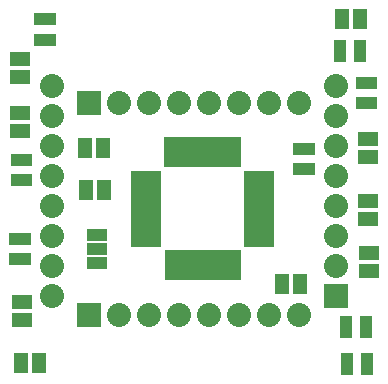
<source format=gts>
G04 (created by PCBNEW (2013-jul-07)-stable) date Thu 02 Jun 2016 05:53:07 PM PDT*
%MOIN*%
G04 Gerber Fmt 3.4, Leading zero omitted, Abs format*
%FSLAX34Y34*%
G01*
G70*
G90*
G04 APERTURE LIST*
%ADD10C,0.00590551*%
%ADD11R,0.045X0.065*%
%ADD12R,0.065X0.045*%
%ADD13R,0.0987X0.0377*%
%ADD14R,0.0377X0.0987*%
%ADD15C,0.08*%
%ADD16R,0.08X0.08*%
%ADD17R,0.0712X0.0397*%
%ADD18R,0.0347638X0.039685*%
%ADD19R,0.039685X0.0347638*%
G04 APERTURE END LIST*
G54D10*
G54D11*
X50605Y-27322D03*
X51205Y-27322D03*
X39896Y-38779D03*
X40496Y-38779D03*
G54D12*
X39921Y-36747D03*
X39921Y-37347D03*
X39881Y-30448D03*
X39881Y-31048D03*
X51456Y-31314D03*
X51456Y-31914D03*
X39881Y-28676D03*
X39881Y-29276D03*
X51456Y-33400D03*
X51456Y-34000D03*
X51496Y-35133D03*
X51496Y-35733D03*
G54D11*
X42042Y-31633D03*
X42642Y-31633D03*
G54D13*
X44068Y-34754D03*
X44068Y-34439D03*
X44068Y-34124D03*
X44068Y-33809D03*
X44068Y-33494D03*
X44068Y-33179D03*
X44068Y-32864D03*
X44068Y-32549D03*
X47834Y-32551D03*
X47834Y-34761D03*
X47834Y-34441D03*
X47834Y-34121D03*
X47834Y-33811D03*
X47834Y-33491D03*
X47834Y-33181D03*
X47834Y-32861D03*
G54D14*
X44852Y-31761D03*
X45166Y-31761D03*
X45482Y-31761D03*
X45796Y-31761D03*
X46112Y-31761D03*
X46426Y-31761D03*
X46742Y-31761D03*
X47056Y-31761D03*
X44854Y-35541D03*
X45164Y-35541D03*
X45484Y-35541D03*
X45794Y-35541D03*
X46104Y-35541D03*
X46424Y-35541D03*
X46744Y-35541D03*
X47064Y-35541D03*
G54D15*
X40944Y-29569D03*
X40944Y-30569D03*
X40944Y-31569D03*
X40944Y-32569D03*
X40944Y-33569D03*
X40944Y-34569D03*
X40944Y-35569D03*
X40944Y-36569D03*
G54D16*
X50393Y-36569D03*
G54D15*
X50393Y-35569D03*
X50393Y-34569D03*
X50393Y-33569D03*
X50393Y-32569D03*
X50393Y-31569D03*
X50393Y-30569D03*
X50393Y-29569D03*
G54D11*
X48597Y-36161D03*
X49197Y-36161D03*
X42662Y-33011D03*
X42062Y-33011D03*
G54D16*
X42168Y-30117D03*
G54D15*
X43168Y-30117D03*
X44168Y-30117D03*
X45168Y-30117D03*
X46168Y-30117D03*
X47168Y-30117D03*
X48168Y-30117D03*
X49168Y-30117D03*
G54D16*
X42168Y-37205D03*
G54D15*
X43168Y-37205D03*
X44168Y-37205D03*
X45168Y-37205D03*
X46168Y-37205D03*
X47168Y-37205D03*
X48168Y-37205D03*
X49168Y-37205D03*
G54D17*
X42421Y-35000D03*
X42421Y-35472D03*
X42421Y-34528D03*
G54D18*
X40511Y-28011D03*
X40708Y-28011D03*
X40905Y-28011D03*
X40905Y-27342D03*
X40708Y-27342D03*
X40511Y-27342D03*
X39685Y-35334D03*
X39881Y-35334D03*
X40078Y-35334D03*
X40078Y-34665D03*
X39881Y-34665D03*
X39685Y-34665D03*
G54D19*
X50531Y-28188D03*
X50531Y-28385D03*
X50531Y-28582D03*
X51200Y-28582D03*
X51200Y-28385D03*
X51200Y-28188D03*
G54D18*
X39724Y-32696D03*
X39921Y-32696D03*
X40118Y-32696D03*
X40118Y-32027D03*
X39921Y-32027D03*
X39724Y-32027D03*
G54D19*
X50767Y-38622D03*
X50767Y-38818D03*
X50767Y-39015D03*
X51437Y-39015D03*
X51437Y-38818D03*
X51437Y-38622D03*
G54D18*
X51220Y-30137D03*
X51417Y-30137D03*
X51614Y-30137D03*
X51614Y-29468D03*
X51417Y-29468D03*
X51220Y-29468D03*
G54D19*
X50728Y-37401D03*
X50728Y-37598D03*
X50728Y-37795D03*
X51397Y-37795D03*
X51397Y-37598D03*
X51397Y-37401D03*
G54D18*
X49133Y-32342D03*
X49330Y-32342D03*
X49527Y-32342D03*
X49527Y-31673D03*
X49330Y-31673D03*
X49133Y-31673D03*
M02*

</source>
